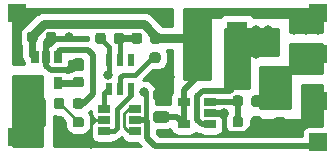
<source format=gbr>
%TF.GenerationSoftware,KiCad,Pcbnew,(5.1.6)-1*%
%TF.CreationDate,2020-12-19T22:24:40-05:00*%
%TF.ProjectId,cargadorDeBateriasLitIon,63617267-6164-46f7-9244-654261746572,rev?*%
%TF.SameCoordinates,Original*%
%TF.FileFunction,Copper,L1,Top*%
%TF.FilePolarity,Positive*%
%FSLAX46Y46*%
G04 Gerber Fmt 4.6, Leading zero omitted, Abs format (unit mm)*
G04 Created by KiCad (PCBNEW (5.1.6)-1) date 2020-12-19 22:24:40*
%MOMM*%
%LPD*%
G01*
G04 APERTURE LIST*
%TA.AperFunction,SMDPad,CuDef*%
%ADD10R,0.550000X1.000000*%
%TD*%
%TA.AperFunction,SMDPad,CuDef*%
%ADD11R,1.060000X0.650000*%
%TD*%
%TA.AperFunction,SMDPad,CuDef*%
%ADD12R,1.800000X4.500000*%
%TD*%
%TA.AperFunction,SMDPad,CuDef*%
%ADD13R,1.100000X1.100000*%
%TD*%
%TA.AperFunction,ComponentPad*%
%ADD14R,1.500000X1.500000*%
%TD*%
%TA.AperFunction,SMDPad,CuDef*%
%ADD15R,1.000000X0.700000*%
%TD*%
%TA.AperFunction,SMDPad,CuDef*%
%ADD16R,0.650000X1.060000*%
%TD*%
%TA.AperFunction,ViaPad*%
%ADD17C,0.800000*%
%TD*%
%TA.AperFunction,Conductor*%
%ADD18C,0.250000*%
%TD*%
%TA.AperFunction,Conductor*%
%ADD19C,0.500000*%
%TD*%
%TA.AperFunction,Conductor*%
%ADD20C,0.600000*%
%TD*%
%TA.AperFunction,Conductor*%
%ADD21C,0.300000*%
%TD*%
%TA.AperFunction,Conductor*%
%ADD22C,0.800000*%
%TD*%
%TA.AperFunction,Conductor*%
%ADD23C,0.400000*%
%TD*%
%TA.AperFunction,Conductor*%
%ADD24C,0.254000*%
%TD*%
G04 APERTURE END LIST*
%TO.P,C5,2*%
%TO.N,GND*%
%TA.AperFunction,SMDPad,CuDef*%
G36*
G01*
X164493750Y-111850000D02*
X165006250Y-111850000D01*
G75*
G02*
X165225000Y-112068750I0J-218750D01*
G01*
X165225000Y-112506250D01*
G75*
G02*
X165006250Y-112725000I-218750J0D01*
G01*
X164493750Y-112725000D01*
G75*
G02*
X164275000Y-112506250I0J218750D01*
G01*
X164275000Y-112068750D01*
G75*
G02*
X164493750Y-111850000I218750J0D01*
G01*
G37*
%TD.AperFunction*%
%TO.P,C5,1*%
%TO.N,/STEP-UP/VOUT*%
%TA.AperFunction,SMDPad,CuDef*%
G36*
G01*
X164493750Y-110275000D02*
X165006250Y-110275000D01*
G75*
G02*
X165225000Y-110493750I0J-218750D01*
G01*
X165225000Y-110931250D01*
G75*
G02*
X165006250Y-111150000I-218750J0D01*
G01*
X164493750Y-111150000D01*
G75*
G02*
X164275000Y-110931250I0J218750D01*
G01*
X164275000Y-110493750D01*
G75*
G02*
X164493750Y-110275000I218750J0D01*
G01*
G37*
%TD.AperFunction*%
%TD*%
D10*
%TO.P,U2,1*%
%TO.N,Net-(Q1-Pad1)*%
X150300000Y-109450000D03*
%TO.P,U2,2*%
%TO.N,Net-(R3-Pad1)*%
X151250000Y-109450000D03*
%TO.P,U2,3*%
%TO.N,Net-(Q1-Pad3)*%
X152200000Y-109450000D03*
%TO.P,U2,4*%
%TO.N,Net-(U2-Pad4)*%
X152200000Y-107050000D03*
%TO.P,U2,5*%
%TO.N,Net-(C3-Pad1)*%
X151250000Y-107050000D03*
%TO.P,U2,6*%
%TO.N,/B-*%
X150300000Y-107050000D03*
%TD*%
D11*
%TO.P,U3,5*%
%TO.N,/B+*%
X156650000Y-112450000D03*
%TO.P,U3,4*%
X156650000Y-110550000D03*
%TO.P,U3,3*%
%TO.N,Net-(R5-Pad2)*%
X158850000Y-110550000D03*
%TO.P,U3,2*%
%TO.N,GND*%
X158850000Y-111500000D03*
%TO.P,U3,1*%
%TO.N,Net-(D2-Pad2)*%
X158850000Y-112450000D03*
%TD*%
%TO.P,R6,2*%
%TO.N,GND*%
%TA.AperFunction,SMDPad,CuDef*%
G36*
G01*
X162350000Y-112506250D02*
X162350000Y-111993750D01*
G75*
G02*
X162568750Y-111775000I218750J0D01*
G01*
X163006250Y-111775000D01*
G75*
G02*
X163225000Y-111993750I0J-218750D01*
G01*
X163225000Y-112506250D01*
G75*
G02*
X163006250Y-112725000I-218750J0D01*
G01*
X162568750Y-112725000D01*
G75*
G02*
X162350000Y-112506250I0J218750D01*
G01*
G37*
%TD.AperFunction*%
%TO.P,R6,1*%
%TO.N,Net-(R5-Pad2)*%
%TA.AperFunction,SMDPad,CuDef*%
G36*
G01*
X160775000Y-112506250D02*
X160775000Y-111993750D01*
G75*
G02*
X160993750Y-111775000I218750J0D01*
G01*
X161431250Y-111775000D01*
G75*
G02*
X161650000Y-111993750I0J-218750D01*
G01*
X161650000Y-112506250D01*
G75*
G02*
X161431250Y-112725000I-218750J0D01*
G01*
X160993750Y-112725000D01*
G75*
G02*
X160775000Y-112506250I0J218750D01*
G01*
G37*
%TD.AperFunction*%
%TD*%
%TO.P,R5,2*%
%TO.N,Net-(R5-Pad2)*%
%TA.AperFunction,SMDPad,CuDef*%
G36*
G01*
X161650000Y-110243750D02*
X161650000Y-110756250D01*
G75*
G02*
X161431250Y-110975000I-218750J0D01*
G01*
X160993750Y-110975000D01*
G75*
G02*
X160775000Y-110756250I0J218750D01*
G01*
X160775000Y-110243750D01*
G75*
G02*
X160993750Y-110025000I218750J0D01*
G01*
X161431250Y-110025000D01*
G75*
G02*
X161650000Y-110243750I0J-218750D01*
G01*
G37*
%TD.AperFunction*%
%TO.P,R5,1*%
%TO.N,/STEP-UP/VOUT*%
%TA.AperFunction,SMDPad,CuDef*%
G36*
G01*
X163225000Y-110243750D02*
X163225000Y-110756250D01*
G75*
G02*
X163006250Y-110975000I-218750J0D01*
G01*
X162568750Y-110975000D01*
G75*
G02*
X162350000Y-110756250I0J218750D01*
G01*
X162350000Y-110243750D01*
G75*
G02*
X162568750Y-110025000I218750J0D01*
G01*
X163006250Y-110025000D01*
G75*
G02*
X163225000Y-110243750I0J-218750D01*
G01*
G37*
%TD.AperFunction*%
%TD*%
D12*
%TO.P,L1,2*%
%TO.N,Net-(D2-Pad2)*%
X161150000Y-106000000D03*
%TO.P,L1,1*%
%TO.N,/B+*%
X157850000Y-106000000D03*
%TD*%
D13*
%TO.P,D2,2*%
%TO.N,Net-(D2-Pad2)*%
X164000000Y-105850000D03*
%TO.P,D2,1*%
%TO.N,/STEP-UP/VOUT*%
X164000000Y-108650000D03*
%TD*%
%TO.P,C4,2*%
%TO.N,GND*%
%TA.AperFunction,SMDPad,CuDef*%
G36*
G01*
X155181250Y-110450000D02*
X154268750Y-110450000D01*
G75*
G02*
X154025000Y-110206250I0J243750D01*
G01*
X154025000Y-109718750D01*
G75*
G02*
X154268750Y-109475000I243750J0D01*
G01*
X155181250Y-109475000D01*
G75*
G02*
X155425000Y-109718750I0J-243750D01*
G01*
X155425000Y-110206250D01*
G75*
G02*
X155181250Y-110450000I-243750J0D01*
G01*
G37*
%TD.AperFunction*%
%TO.P,C4,1*%
%TO.N,/B+*%
%TA.AperFunction,SMDPad,CuDef*%
G36*
G01*
X155181250Y-112325000D02*
X154268750Y-112325000D01*
G75*
G02*
X154025000Y-112081250I0J243750D01*
G01*
X154025000Y-111593750D01*
G75*
G02*
X154268750Y-111350000I243750J0D01*
G01*
X155181250Y-111350000D01*
G75*
G02*
X155425000Y-111593750I0J-243750D01*
G01*
X155425000Y-112081250D01*
G75*
G02*
X155181250Y-112325000I-243750J0D01*
G01*
G37*
%TD.AperFunction*%
%TD*%
D14*
%TO.P,J5,1*%
%TO.N,/B-*%
X168000000Y-114000000D03*
%TD*%
D15*
%TO.P,Q1,5*%
%TO.N,/B-*%
X152520000Y-112090000D03*
%TO.P,Q1,6*%
%TO.N,Net-(Q1-Pad4)*%
X152520000Y-111140000D03*
%TO.P,Q1,4*%
X152520000Y-113040000D03*
%TO.P,Q1,3*%
%TO.N,Net-(Q1-Pad3)*%
X149920000Y-113040000D03*
%TO.P,Q1,2*%
%TO.N,GND*%
X149920000Y-112090000D03*
%TO.P,Q1,1*%
%TO.N,Net-(Q1-Pad1)*%
X149920000Y-111140000D03*
%TD*%
D14*
%TO.P,J6,1*%
%TO.N,GND*%
X168000000Y-110500000D03*
%TD*%
%TO.P,J4,1*%
%TO.N,/B+*%
X168000000Y-103000000D03*
%TD*%
%TO.P,J3,1*%
%TO.N,/STEP-UP/VOUT*%
X168000000Y-106500000D03*
%TD*%
%TO.P,J2,1*%
%TO.N,GND*%
X142500000Y-103000000D03*
%TD*%
%TO.P,J1,1*%
%TO.N,VDD*%
X142500000Y-113500000D03*
%TD*%
D16*
%TO.P,U1,5*%
%TO.N,Net-(R2-Pad2)*%
X145950000Y-109000000D03*
%TO.P,U1,4*%
%TO.N,VDD*%
X144050000Y-109000000D03*
%TO.P,U1,3*%
%TO.N,/B+*%
X144050000Y-106800000D03*
%TO.P,U1,2*%
%TO.N,GND*%
X145000000Y-106800000D03*
%TO.P,U1,1*%
%TO.N,Net-(R1-Pad1)*%
X145950000Y-106800000D03*
%TD*%
%TO.P,R4,2*%
%TO.N,/B+*%
%TA.AperFunction,SMDPad,CuDef*%
G36*
G01*
X153800000Y-105436250D02*
X153800000Y-104923750D01*
G75*
G02*
X154018750Y-104705000I218750J0D01*
G01*
X154456250Y-104705000D01*
G75*
G02*
X154675000Y-104923750I0J-218750D01*
G01*
X154675000Y-105436250D01*
G75*
G02*
X154456250Y-105655000I-218750J0D01*
G01*
X154018750Y-105655000D01*
G75*
G02*
X153800000Y-105436250I0J218750D01*
G01*
G37*
%TD.AperFunction*%
%TO.P,R4,1*%
%TO.N,Net-(C3-Pad1)*%
%TA.AperFunction,SMDPad,CuDef*%
G36*
G01*
X152225000Y-105436250D02*
X152225000Y-104923750D01*
G75*
G02*
X152443750Y-104705000I218750J0D01*
G01*
X152881250Y-104705000D01*
G75*
G02*
X153100000Y-104923750I0J-218750D01*
G01*
X153100000Y-105436250D01*
G75*
G02*
X152881250Y-105655000I-218750J0D01*
G01*
X152443750Y-105655000D01*
G75*
G02*
X152225000Y-105436250I0J218750D01*
G01*
G37*
%TD.AperFunction*%
%TD*%
%TO.P,R3,2*%
%TO.N,GND*%
%TA.AperFunction,SMDPad,CuDef*%
G36*
G01*
X153943750Y-107950000D02*
X154456250Y-107950000D01*
G75*
G02*
X154675000Y-108168750I0J-218750D01*
G01*
X154675000Y-108606250D01*
G75*
G02*
X154456250Y-108825000I-218750J0D01*
G01*
X153943750Y-108825000D01*
G75*
G02*
X153725000Y-108606250I0J218750D01*
G01*
X153725000Y-108168750D01*
G75*
G02*
X153943750Y-107950000I218750J0D01*
G01*
G37*
%TD.AperFunction*%
%TO.P,R3,1*%
%TO.N,Net-(R3-Pad1)*%
%TA.AperFunction,SMDPad,CuDef*%
G36*
G01*
X153943750Y-106375000D02*
X154456250Y-106375000D01*
G75*
G02*
X154675000Y-106593750I0J-218750D01*
G01*
X154675000Y-107031250D01*
G75*
G02*
X154456250Y-107250000I-218750J0D01*
G01*
X153943750Y-107250000D01*
G75*
G02*
X153725000Y-107031250I0J218750D01*
G01*
X153725000Y-106593750D01*
G75*
G02*
X153943750Y-106375000I218750J0D01*
G01*
G37*
%TD.AperFunction*%
%TD*%
%TO.P,R2,2*%
%TO.N,Net-(R2-Pad2)*%
%TA.AperFunction,SMDPad,CuDef*%
G36*
G01*
X147443750Y-108450000D02*
X147956250Y-108450000D01*
G75*
G02*
X148175000Y-108668750I0J-218750D01*
G01*
X148175000Y-109106250D01*
G75*
G02*
X147956250Y-109325000I-218750J0D01*
G01*
X147443750Y-109325000D01*
G75*
G02*
X147225000Y-109106250I0J218750D01*
G01*
X147225000Y-108668750D01*
G75*
G02*
X147443750Y-108450000I218750J0D01*
G01*
G37*
%TD.AperFunction*%
%TO.P,R2,1*%
%TO.N,GND*%
%TA.AperFunction,SMDPad,CuDef*%
G36*
G01*
X147443750Y-106875000D02*
X147956250Y-106875000D01*
G75*
G02*
X148175000Y-107093750I0J-218750D01*
G01*
X148175000Y-107531250D01*
G75*
G02*
X147956250Y-107750000I-218750J0D01*
G01*
X147443750Y-107750000D01*
G75*
G02*
X147225000Y-107531250I0J218750D01*
G01*
X147225000Y-107093750D01*
G75*
G02*
X147443750Y-106875000I218750J0D01*
G01*
G37*
%TD.AperFunction*%
%TD*%
%TO.P,R1,2*%
%TO.N,Net-(D1-Pad1)*%
%TA.AperFunction,SMDPad,CuDef*%
G36*
G01*
X147443750Y-111850000D02*
X147956250Y-111850000D01*
G75*
G02*
X148175000Y-112068750I0J-218750D01*
G01*
X148175000Y-112506250D01*
G75*
G02*
X147956250Y-112725000I-218750J0D01*
G01*
X147443750Y-112725000D01*
G75*
G02*
X147225000Y-112506250I0J218750D01*
G01*
X147225000Y-112068750D01*
G75*
G02*
X147443750Y-111850000I218750J0D01*
G01*
G37*
%TD.AperFunction*%
%TO.P,R1,1*%
%TO.N,Net-(R1-Pad1)*%
%TA.AperFunction,SMDPad,CuDef*%
G36*
G01*
X147443750Y-110275000D02*
X147956250Y-110275000D01*
G75*
G02*
X148175000Y-110493750I0J-218750D01*
G01*
X148175000Y-110931250D01*
G75*
G02*
X147956250Y-111150000I-218750J0D01*
G01*
X147443750Y-111150000D01*
G75*
G02*
X147225000Y-110931250I0J218750D01*
G01*
X147225000Y-110493750D01*
G75*
G02*
X147443750Y-110275000I218750J0D01*
G01*
G37*
%TD.AperFunction*%
%TD*%
%TO.P,D1,2*%
%TO.N,VDD*%
%TA.AperFunction,SMDPad,CuDef*%
G36*
G01*
X144950000Y-110443750D02*
X144950000Y-110956250D01*
G75*
G02*
X144731250Y-111175000I-218750J0D01*
G01*
X144293750Y-111175000D01*
G75*
G02*
X144075000Y-110956250I0J218750D01*
G01*
X144075000Y-110443750D01*
G75*
G02*
X144293750Y-110225000I218750J0D01*
G01*
X144731250Y-110225000D01*
G75*
G02*
X144950000Y-110443750I0J-218750D01*
G01*
G37*
%TD.AperFunction*%
%TO.P,D1,1*%
%TO.N,Net-(D1-Pad1)*%
%TA.AperFunction,SMDPad,CuDef*%
G36*
G01*
X146525000Y-110443750D02*
X146525000Y-110956250D01*
G75*
G02*
X146306250Y-111175000I-218750J0D01*
G01*
X145868750Y-111175000D01*
G75*
G02*
X145650000Y-110956250I0J218750D01*
G01*
X145650000Y-110443750D01*
G75*
G02*
X145868750Y-110225000I218750J0D01*
G01*
X146306250Y-110225000D01*
G75*
G02*
X146525000Y-110443750I0J-218750D01*
G01*
G37*
%TD.AperFunction*%
%TD*%
%TO.P,C3,2*%
%TO.N,/B-*%
%TA.AperFunction,SMDPad,CuDef*%
G36*
G01*
X150010000Y-104923750D02*
X150010000Y-105436250D01*
G75*
G02*
X149791250Y-105655000I-218750J0D01*
G01*
X149353750Y-105655000D01*
G75*
G02*
X149135000Y-105436250I0J218750D01*
G01*
X149135000Y-104923750D01*
G75*
G02*
X149353750Y-104705000I218750J0D01*
G01*
X149791250Y-104705000D01*
G75*
G02*
X150010000Y-104923750I0J-218750D01*
G01*
G37*
%TD.AperFunction*%
%TO.P,C3,1*%
%TO.N,Net-(C3-Pad1)*%
%TA.AperFunction,SMDPad,CuDef*%
G36*
G01*
X151585000Y-104923750D02*
X151585000Y-105436250D01*
G75*
G02*
X151366250Y-105655000I-218750J0D01*
G01*
X150928750Y-105655000D01*
G75*
G02*
X150710000Y-105436250I0J218750D01*
G01*
X150710000Y-104923750D01*
G75*
G02*
X150928750Y-104705000I218750J0D01*
G01*
X151366250Y-104705000D01*
G75*
G02*
X151585000Y-104923750I0J-218750D01*
G01*
G37*
%TD.AperFunction*%
%TD*%
%TO.P,C2,2*%
%TO.N,GND*%
%TA.AperFunction,SMDPad,CuDef*%
G36*
G01*
X144950000Y-105356250D02*
X144950000Y-104843750D01*
G75*
G02*
X145168750Y-104625000I218750J0D01*
G01*
X145606250Y-104625000D01*
G75*
G02*
X145825000Y-104843750I0J-218750D01*
G01*
X145825000Y-105356250D01*
G75*
G02*
X145606250Y-105575000I-218750J0D01*
G01*
X145168750Y-105575000D01*
G75*
G02*
X144950000Y-105356250I0J218750D01*
G01*
G37*
%TD.AperFunction*%
%TO.P,C2,1*%
%TO.N,/B+*%
%TA.AperFunction,SMDPad,CuDef*%
G36*
G01*
X143375000Y-105356250D02*
X143375000Y-104843750D01*
G75*
G02*
X143593750Y-104625000I218750J0D01*
G01*
X144031250Y-104625000D01*
G75*
G02*
X144250000Y-104843750I0J-218750D01*
G01*
X144250000Y-105356250D01*
G75*
G02*
X144031250Y-105575000I-218750J0D01*
G01*
X143593750Y-105575000D01*
G75*
G02*
X143375000Y-105356250I0J218750D01*
G01*
G37*
%TD.AperFunction*%
%TD*%
%TO.P,C1,2*%
%TO.N,GND*%
%TA.AperFunction,SMDPad,CuDef*%
G36*
G01*
X145650000Y-112556250D02*
X145650000Y-112043750D01*
G75*
G02*
X145868750Y-111825000I218750J0D01*
G01*
X146306250Y-111825000D01*
G75*
G02*
X146525000Y-112043750I0J-218750D01*
G01*
X146525000Y-112556250D01*
G75*
G02*
X146306250Y-112775000I-218750J0D01*
G01*
X145868750Y-112775000D01*
G75*
G02*
X145650000Y-112556250I0J218750D01*
G01*
G37*
%TD.AperFunction*%
%TO.P,C1,1*%
%TO.N,VDD*%
%TA.AperFunction,SMDPad,CuDef*%
G36*
G01*
X144075000Y-112556250D02*
X144075000Y-112043750D01*
G75*
G02*
X144293750Y-111825000I218750J0D01*
G01*
X144731250Y-111825000D01*
G75*
G02*
X144950000Y-112043750I0J-218750D01*
G01*
X144950000Y-112556250D01*
G75*
G02*
X144731250Y-112775000I-218750J0D01*
G01*
X144293750Y-112775000D01*
G75*
G02*
X144075000Y-112556250I0J218750D01*
G01*
G37*
%TD.AperFunction*%
%TD*%
D17*
%TO.N,GND*%
X155500000Y-108500000D03*
X148800000Y-114100000D03*
X146920000Y-105100000D03*
X160000000Y-111500000D03*
%TO.N,/B+*%
X168000000Y-104500000D03*
X167000000Y-104500000D03*
X166000000Y-104500000D03*
X166000000Y-103500000D03*
%TO.N,/B-*%
X150250000Y-108250000D03*
X153255118Y-109750000D03*
%TO.N,Net-(D2-Pad2)*%
X163750000Y-104500000D03*
X162750000Y-104500000D03*
X162750000Y-105500000D03*
X162750000Y-106500000D03*
%TD*%
D18*
%TO.N,GND*%
X149920000Y-112090000D02*
X149170000Y-112090000D01*
X148800000Y-112460000D02*
X148800000Y-114100000D01*
X149170000Y-112090000D02*
X148800000Y-112460000D01*
X146087500Y-112300000D02*
X146087500Y-112937500D01*
X147250000Y-114100000D02*
X148800000Y-114100000D01*
X146087500Y-112937500D02*
X147250000Y-114100000D01*
X145387500Y-105100000D02*
X146920000Y-105100000D01*
D19*
X145000000Y-105487500D02*
X145387500Y-105100000D01*
X145000000Y-106800000D02*
X145000000Y-105487500D01*
X162975000Y-112437500D02*
X162787500Y-112250000D01*
X164750000Y-112437500D02*
X162975000Y-112437500D01*
X154725000Y-109275000D02*
X155500000Y-108500000D01*
X154725000Y-109962500D02*
X154725000Y-109275000D01*
X155387500Y-108387500D02*
X155500000Y-108500000D01*
X154200000Y-108387500D02*
X155387500Y-108387500D01*
X158850000Y-111500000D02*
X159000000Y-111500000D01*
D20*
X168000000Y-111500000D02*
X168000000Y-110500000D01*
X164750000Y-112437500D02*
X167062500Y-112437500D01*
X167062500Y-112437500D02*
X168000000Y-111500000D01*
X158850000Y-111500000D02*
X160000000Y-111500000D01*
D21*
X159000000Y-111500000D02*
X159500000Y-111500000D01*
X161857511Y-113179989D02*
X162787500Y-112250000D01*
X160179989Y-113179989D02*
X161857511Y-113179989D01*
X160000000Y-113000000D02*
X160179989Y-113179989D01*
X160000000Y-112000000D02*
X160000000Y-113000000D01*
X159500000Y-111500000D02*
X160000000Y-112000000D01*
D19*
X147132500Y-107880000D02*
X147700000Y-107312500D01*
X145364998Y-107880000D02*
X147132500Y-107880000D01*
X145000000Y-106800000D02*
X145000000Y-107515002D01*
X145000000Y-107515002D02*
X145364998Y-107880000D01*
%TO.N,/B+*%
X156650000Y-110550000D02*
X156650000Y-112450000D01*
X156650000Y-109600000D02*
X156650000Y-110550000D01*
X157850000Y-106000000D02*
X157850000Y-108400000D01*
X157850000Y-108400000D02*
X156650000Y-109600000D01*
X156037500Y-111837500D02*
X156650000Y-112450000D01*
X154725000Y-111837500D02*
X156037500Y-111837500D01*
D22*
X157030000Y-105180000D02*
X154237500Y-105180000D01*
X157850000Y-106000000D02*
X157030000Y-105180000D01*
X167730000Y-102730000D02*
X168000000Y-103000000D01*
X157850000Y-106000000D02*
X157850000Y-103840000D01*
X143812500Y-104947500D02*
X143812500Y-105100000D01*
X153290000Y-104000000D02*
X144760000Y-104000000D01*
X154237500Y-105180000D02*
X154237500Y-104947500D01*
X144760000Y-104000000D02*
X143812500Y-104947500D01*
X154237500Y-104947500D02*
X153290000Y-104000000D01*
D20*
X143812500Y-106562500D02*
X144050000Y-106800000D01*
X143812500Y-105100000D02*
X143812500Y-106562500D01*
D19*
%TO.N,/B-*%
X152520000Y-112090000D02*
X153440000Y-112090000D01*
X153440000Y-112090000D02*
X153520001Y-112170001D01*
X153520001Y-113630001D02*
X153520001Y-112170001D01*
X154230000Y-114340000D02*
X153520001Y-113630001D01*
X168000000Y-114000000D02*
X167660000Y-114340000D01*
X167660000Y-114340000D02*
X154230000Y-114340000D01*
D23*
X150300000Y-105907500D02*
X149572500Y-105180000D01*
X150300000Y-107050000D02*
X150300000Y-105907500D01*
X150300000Y-107050000D02*
X150300000Y-108200000D01*
X150300000Y-108200000D02*
X150250000Y-108250000D01*
X153440000Y-109934882D02*
X153255118Y-109750000D01*
X153440000Y-112090000D02*
X153440000Y-109934882D01*
D18*
%TO.N,Net-(C3-Pad1)*%
X151147500Y-105180000D02*
X152892500Y-105180000D01*
D20*
X151147500Y-105180000D02*
X152662500Y-105180000D01*
D23*
X151250000Y-105282500D02*
X151147500Y-105180000D01*
X151250000Y-107050000D02*
X151250000Y-105282500D01*
D18*
%TO.N,Net-(D1-Pad1)*%
X146112500Y-110700000D02*
X147700000Y-112287500D01*
X146087500Y-110700000D02*
X146112500Y-110700000D01*
D23*
%TO.N,Net-(Q1-Pad3)*%
X152200000Y-109995002D02*
X151000000Y-111195002D01*
X152200000Y-109450000D02*
X152200000Y-109995002D01*
X151000000Y-111195002D02*
X151000000Y-112750000D01*
X150710000Y-113040000D02*
X149920000Y-113040000D01*
X151000000Y-112750000D02*
X150710000Y-113040000D01*
%TO.N,Net-(Q1-Pad1)*%
X149920000Y-109830000D02*
X150300000Y-109450000D01*
X149920000Y-111140000D02*
X149920000Y-109830000D01*
D19*
%TO.N,Net-(R1-Pad1)*%
X145950000Y-106400000D02*
X145950000Y-106800000D01*
X146160000Y-106190000D02*
X145950000Y-106400000D01*
X148137500Y-110712500D02*
X148940000Y-109910000D01*
X147700000Y-110712500D02*
X148137500Y-110712500D01*
X148510000Y-106190000D02*
X146160000Y-106190000D01*
X148940000Y-109910000D02*
X148940000Y-106620000D01*
X148940000Y-106620000D02*
X148510000Y-106190000D01*
D20*
%TO.N,Net-(R2-Pad2)*%
X147587500Y-109000000D02*
X147700000Y-108887500D01*
X145950000Y-109000000D02*
X147587500Y-109000000D01*
D18*
%TO.N,VDD*%
X144512500Y-112687500D02*
X144512500Y-110700000D01*
D22*
X144512500Y-112300000D02*
X144512500Y-110700000D01*
X144050000Y-110237500D02*
X144512500Y-110700000D01*
X144050000Y-109000000D02*
X144050000Y-110237500D01*
D20*
X143312500Y-113500000D02*
X144512500Y-112300000D01*
X142500000Y-113500000D02*
X143312500Y-113500000D01*
D18*
%TO.N,Net-(Q1-Pad4)*%
X152000000Y-111140000D02*
X152520000Y-111140000D01*
X151600000Y-111540000D02*
X152000000Y-111140000D01*
X151600000Y-112700000D02*
X151600000Y-111540000D01*
X152520000Y-113040000D02*
X151940000Y-113040000D01*
X151940000Y-113040000D02*
X151600000Y-112700000D01*
D23*
%TO.N,Net-(R3-Pad1)*%
X151250000Y-109450000D02*
X151250000Y-108500000D01*
X151250000Y-108500000D02*
X151500000Y-108250000D01*
X153932502Y-106812500D02*
X154200000Y-106812500D01*
X152495002Y-108250000D02*
X153932502Y-106812500D01*
X151500000Y-108250000D02*
X152495002Y-108250000D01*
D19*
%TO.N,/STEP-UP/VOUT*%
X162787500Y-110500000D02*
X163250000Y-110500000D01*
X164000000Y-109750000D02*
X164000000Y-108650000D01*
X163250000Y-110500000D02*
X164000000Y-109750000D01*
X162850000Y-110562500D02*
X162787500Y-110500000D01*
X164750000Y-110562500D02*
X162850000Y-110562500D01*
D22*
X167000000Y-106500000D02*
X168000000Y-106500000D01*
X164000000Y-108650000D02*
X164850000Y-108650000D01*
X164850000Y-108650000D02*
X167000000Y-106500000D01*
D19*
%TO.N,Net-(D2-Pad2)*%
X161250000Y-106100000D02*
X161150000Y-106000000D01*
X161150000Y-106660002D02*
X161150000Y-106000000D01*
X161150000Y-108990000D02*
X161150000Y-106000000D01*
X158850000Y-112450000D02*
X158134998Y-112450000D01*
X157750000Y-112065002D02*
X157750000Y-110100000D01*
X158134998Y-112450000D02*
X157750000Y-112065002D01*
X158230000Y-109620000D02*
X160520000Y-109620000D01*
X160520000Y-109620000D02*
X161150000Y-108990000D01*
X157750000Y-110100000D02*
X158230000Y-109620000D01*
%TO.N,Net-(R5-Pad2)*%
X161162500Y-110550000D02*
X161212500Y-110500000D01*
X158850000Y-110550000D02*
X161162500Y-110550000D01*
X161212500Y-112250000D02*
X161212500Y-110500000D01*
%TD*%
D24*
%TO.N,GND*%
G36*
X145701592Y-111796608D02*
G01*
X145868750Y-111813072D01*
X146150771Y-111813072D01*
X146586928Y-112249230D01*
X146586928Y-112506250D01*
X146603392Y-112673408D01*
X146652150Y-112834142D01*
X146731329Y-112982275D01*
X146837885Y-113112115D01*
X146967725Y-113218671D01*
X147115858Y-113297850D01*
X147276592Y-113346608D01*
X147443750Y-113363072D01*
X147956250Y-113363072D01*
X148123408Y-113346608D01*
X148284142Y-113297850D01*
X148432275Y-113218671D01*
X148562115Y-113112115D01*
X148668671Y-112982275D01*
X148747850Y-112834142D01*
X148781928Y-112721802D01*
X148781928Y-113390000D01*
X148794188Y-113514482D01*
X148830498Y-113634180D01*
X148889463Y-113744494D01*
X148968815Y-113841185D01*
X149065506Y-113920537D01*
X149175820Y-113979502D01*
X149295518Y-114015812D01*
X149420000Y-114028072D01*
X150420000Y-114028072D01*
X150544482Y-114015812D01*
X150664180Y-113979502D01*
X150774494Y-113920537D01*
X150840750Y-113866162D01*
X150873689Y-113862918D01*
X151031087Y-113815172D01*
X151176146Y-113737636D01*
X151303291Y-113633291D01*
X151329445Y-113601422D01*
X151377852Y-113553015D01*
X151399999Y-113580001D01*
X151418725Y-113595369D01*
X151430498Y-113634180D01*
X151489463Y-113744494D01*
X151568815Y-113841185D01*
X151665506Y-113920537D01*
X151775820Y-113979502D01*
X151895518Y-114015812D01*
X152020000Y-114028072D01*
X152729284Y-114028072D01*
X152780590Y-114124059D01*
X152891184Y-114258818D01*
X152924957Y-114286535D01*
X152978422Y-114340000D01*
X145627000Y-114340000D01*
X145627000Y-111773981D01*
X145701592Y-111796608D01*
G37*
X145701592Y-111796608D02*
X145868750Y-111813072D01*
X146150771Y-111813072D01*
X146586928Y-112249230D01*
X146586928Y-112506250D01*
X146603392Y-112673408D01*
X146652150Y-112834142D01*
X146731329Y-112982275D01*
X146837885Y-113112115D01*
X146967725Y-113218671D01*
X147115858Y-113297850D01*
X147276592Y-113346608D01*
X147443750Y-113363072D01*
X147956250Y-113363072D01*
X148123408Y-113346608D01*
X148284142Y-113297850D01*
X148432275Y-113218671D01*
X148562115Y-113112115D01*
X148668671Y-112982275D01*
X148747850Y-112834142D01*
X148781928Y-112721802D01*
X148781928Y-113390000D01*
X148794188Y-113514482D01*
X148830498Y-113634180D01*
X148889463Y-113744494D01*
X148968815Y-113841185D01*
X149065506Y-113920537D01*
X149175820Y-113979502D01*
X149295518Y-114015812D01*
X149420000Y-114028072D01*
X150420000Y-114028072D01*
X150544482Y-114015812D01*
X150664180Y-113979502D01*
X150774494Y-113920537D01*
X150840750Y-113866162D01*
X150873689Y-113862918D01*
X151031087Y-113815172D01*
X151176146Y-113737636D01*
X151303291Y-113633291D01*
X151329445Y-113601422D01*
X151377852Y-113553015D01*
X151399999Y-113580001D01*
X151418725Y-113595369D01*
X151430498Y-113634180D01*
X151489463Y-113744494D01*
X151568815Y-113841185D01*
X151665506Y-113920537D01*
X151775820Y-113979502D01*
X151895518Y-114015812D01*
X152020000Y-114028072D01*
X152729284Y-114028072D01*
X152780590Y-114124059D01*
X152891184Y-114258818D01*
X152924957Y-114286535D01*
X152978422Y-114340000D01*
X145627000Y-114340000D01*
X145627000Y-111773981D01*
X145701592Y-111796608D01*
G36*
X168340001Y-112611928D02*
G01*
X167250000Y-112611928D01*
X167125518Y-112624188D01*
X167005820Y-112660498D01*
X166895506Y-112719463D01*
X166798815Y-112798815D01*
X166719463Y-112895506D01*
X166660498Y-113005820D01*
X166624188Y-113125518D01*
X166611928Y-113250000D01*
X166611928Y-113455000D01*
X154596579Y-113455000D01*
X154405001Y-113263423D01*
X154405001Y-112963072D01*
X155181250Y-112963072D01*
X155353285Y-112946128D01*
X155495272Y-112903056D01*
X155530498Y-113019180D01*
X155589463Y-113129494D01*
X155668815Y-113226185D01*
X155765506Y-113305537D01*
X155875820Y-113364502D01*
X155995518Y-113400812D01*
X156120000Y-113413072D01*
X157180000Y-113413072D01*
X157304482Y-113400812D01*
X157424180Y-113364502D01*
X157534494Y-113305537D01*
X157631185Y-113226185D01*
X157655137Y-113197000D01*
X157794685Y-113271589D01*
X157961508Y-113322195D01*
X158004613Y-113326440D01*
X158075820Y-113364502D01*
X158195518Y-113400812D01*
X158320000Y-113413072D01*
X159380000Y-113413072D01*
X159504482Y-113400812D01*
X159624180Y-113364502D01*
X159734494Y-113305537D01*
X159831185Y-113226185D01*
X159910537Y-113129494D01*
X159969502Y-113019180D01*
X160005812Y-112899482D01*
X160018072Y-112775000D01*
X160018072Y-112125000D01*
X160005812Y-112000518D01*
X159969502Y-111880820D01*
X159910537Y-111770506D01*
X159831185Y-111673815D01*
X159734494Y-111594463D01*
X159624180Y-111535498D01*
X159507159Y-111500000D01*
X159624180Y-111464502D01*
X159679373Y-111435000D01*
X160327500Y-111435000D01*
X160327500Y-111461464D01*
X160281329Y-111517725D01*
X160202150Y-111665858D01*
X160153392Y-111826592D01*
X160136928Y-111993750D01*
X160136928Y-112506250D01*
X160153392Y-112673408D01*
X160202150Y-112834142D01*
X160281329Y-112982275D01*
X160387885Y-113112115D01*
X160517725Y-113218671D01*
X160665858Y-113297850D01*
X160826592Y-113346608D01*
X160993750Y-113363072D01*
X161431250Y-113363072D01*
X161598408Y-113346608D01*
X161759142Y-113297850D01*
X161907275Y-113218671D01*
X162037115Y-113112115D01*
X162143671Y-112982275D01*
X162222850Y-112834142D01*
X162271608Y-112673408D01*
X162288072Y-112506250D01*
X162288072Y-112127000D01*
X166500000Y-112127000D01*
X166524776Y-112124560D01*
X166548601Y-112117333D01*
X166570557Y-112105597D01*
X166589803Y-112089803D01*
X166605597Y-112070557D01*
X166617333Y-112048601D01*
X166624560Y-112024776D01*
X166627000Y-112000000D01*
X166627000Y-109127000D01*
X168340000Y-109127000D01*
X168340001Y-112611928D01*
G37*
X168340001Y-112611928D02*
X167250000Y-112611928D01*
X167125518Y-112624188D01*
X167005820Y-112660498D01*
X166895506Y-112719463D01*
X166798815Y-112798815D01*
X166719463Y-112895506D01*
X166660498Y-113005820D01*
X166624188Y-113125518D01*
X166611928Y-113250000D01*
X166611928Y-113455000D01*
X154596579Y-113455000D01*
X154405001Y-113263423D01*
X154405001Y-112963072D01*
X155181250Y-112963072D01*
X155353285Y-112946128D01*
X155495272Y-112903056D01*
X155530498Y-113019180D01*
X155589463Y-113129494D01*
X155668815Y-113226185D01*
X155765506Y-113305537D01*
X155875820Y-113364502D01*
X155995518Y-113400812D01*
X156120000Y-113413072D01*
X157180000Y-113413072D01*
X157304482Y-113400812D01*
X157424180Y-113364502D01*
X157534494Y-113305537D01*
X157631185Y-113226185D01*
X157655137Y-113197000D01*
X157794685Y-113271589D01*
X157961508Y-113322195D01*
X158004613Y-113326440D01*
X158075820Y-113364502D01*
X158195518Y-113400812D01*
X158320000Y-113413072D01*
X159380000Y-113413072D01*
X159504482Y-113400812D01*
X159624180Y-113364502D01*
X159734494Y-113305537D01*
X159831185Y-113226185D01*
X159910537Y-113129494D01*
X159969502Y-113019180D01*
X160005812Y-112899482D01*
X160018072Y-112775000D01*
X160018072Y-112125000D01*
X160005812Y-112000518D01*
X159969502Y-111880820D01*
X159910537Y-111770506D01*
X159831185Y-111673815D01*
X159734494Y-111594463D01*
X159624180Y-111535498D01*
X159507159Y-111500000D01*
X159624180Y-111464502D01*
X159679373Y-111435000D01*
X160327500Y-111435000D01*
X160327500Y-111461464D01*
X160281329Y-111517725D01*
X160202150Y-111665858D01*
X160153392Y-111826592D01*
X160136928Y-111993750D01*
X160136928Y-112506250D01*
X160153392Y-112673408D01*
X160202150Y-112834142D01*
X160281329Y-112982275D01*
X160387885Y-113112115D01*
X160517725Y-113218671D01*
X160665858Y-113297850D01*
X160826592Y-113346608D01*
X160993750Y-113363072D01*
X161431250Y-113363072D01*
X161598408Y-113346608D01*
X161759142Y-113297850D01*
X161907275Y-113218671D01*
X162037115Y-113112115D01*
X162143671Y-112982275D01*
X162222850Y-112834142D01*
X162271608Y-112673408D01*
X162288072Y-112506250D01*
X162288072Y-112127000D01*
X166500000Y-112127000D01*
X166524776Y-112124560D01*
X166548601Y-112117333D01*
X166570557Y-112105597D01*
X166589803Y-112089803D01*
X166605597Y-112070557D01*
X166617333Y-112048601D01*
X166624560Y-112024776D01*
X166627000Y-112000000D01*
X166627000Y-109127000D01*
X168340000Y-109127000D01*
X168340001Y-112611928D01*
G36*
X148781928Y-111490000D02*
G01*
X148794188Y-111614482D01*
X148830498Y-111734180D01*
X148889463Y-111844494D01*
X148968815Y-111941185D01*
X149065506Y-112020537D01*
X149175820Y-112079502D01*
X149210427Y-112090000D01*
X149175820Y-112100498D01*
X149065506Y-112159463D01*
X148968815Y-112238815D01*
X148889463Y-112335506D01*
X148830498Y-112445820D01*
X148813072Y-112503266D01*
X148813072Y-112068750D01*
X148796608Y-111901592D01*
X148747850Y-111740858D01*
X148668671Y-111592725D01*
X148592574Y-111500000D01*
X148633031Y-111450703D01*
X148766317Y-111341317D01*
X148781928Y-111322295D01*
X148781928Y-111490000D01*
G37*
X148781928Y-111490000D02*
X148794188Y-111614482D01*
X148830498Y-111734180D01*
X148889463Y-111844494D01*
X148968815Y-111941185D01*
X149065506Y-112020537D01*
X149175820Y-112079502D01*
X149210427Y-112090000D01*
X149175820Y-112100498D01*
X149065506Y-112159463D01*
X148968815Y-112238815D01*
X148889463Y-112335506D01*
X148830498Y-112445820D01*
X148813072Y-112503266D01*
X148813072Y-112068750D01*
X148796608Y-111901592D01*
X148747850Y-111740858D01*
X148668671Y-111592725D01*
X148592574Y-111500000D01*
X148633031Y-111450703D01*
X148766317Y-111341317D01*
X148781928Y-111322295D01*
X148781928Y-111490000D01*
G36*
X155623000Y-109829641D02*
G01*
X155589463Y-109870506D01*
X155530498Y-109980820D01*
X155494188Y-110100518D01*
X155481928Y-110225000D01*
X155481928Y-110767896D01*
X155353285Y-110728872D01*
X155181250Y-110711928D01*
X154275000Y-110711928D01*
X154275000Y-109975900D01*
X154279040Y-109934882D01*
X154277245Y-109916657D01*
X154290118Y-109851939D01*
X154290118Y-109648061D01*
X154250344Y-109448102D01*
X154172323Y-109259744D01*
X154059055Y-109090226D01*
X153914892Y-108946063D01*
X153745374Y-108832795D01*
X153557016Y-108754774D01*
X153357057Y-108715000D01*
X153210869Y-108715000D01*
X154037798Y-107888072D01*
X154456250Y-107888072D01*
X154623408Y-107871608D01*
X154784142Y-107822850D01*
X154932275Y-107743671D01*
X155062115Y-107637115D01*
X155168671Y-107507275D01*
X155247850Y-107359142D01*
X155296608Y-107198408D01*
X155313072Y-107031250D01*
X155313072Y-106593750D01*
X155296608Y-106426592D01*
X155247850Y-106265858D01*
X155220666Y-106215000D01*
X155623000Y-106215000D01*
X155623000Y-109829641D01*
G37*
X155623000Y-109829641D02*
X155589463Y-109870506D01*
X155530498Y-109980820D01*
X155494188Y-110100518D01*
X155481928Y-110225000D01*
X155481928Y-110767896D01*
X155353285Y-110728872D01*
X155181250Y-110711928D01*
X154275000Y-110711928D01*
X154275000Y-109975900D01*
X154279040Y-109934882D01*
X154277245Y-109916657D01*
X154290118Y-109851939D01*
X154290118Y-109648061D01*
X154250344Y-109448102D01*
X154172323Y-109259744D01*
X154059055Y-109090226D01*
X153914892Y-108946063D01*
X153745374Y-108832795D01*
X153557016Y-108754774D01*
X153357057Y-108715000D01*
X153210869Y-108715000D01*
X154037798Y-107888072D01*
X154456250Y-107888072D01*
X154623408Y-107871608D01*
X154784142Y-107822850D01*
X154932275Y-107743671D01*
X155062115Y-107637115D01*
X155168671Y-107507275D01*
X155247850Y-107359142D01*
X155296608Y-107198408D01*
X155313072Y-107031250D01*
X155313072Y-106593750D01*
X155296608Y-106426592D01*
X155247850Y-106265858D01*
X155220666Y-106215000D01*
X155623000Y-106215000D01*
X155623000Y-109829641D01*
G36*
X148055001Y-107821654D02*
G01*
X147956250Y-107811928D01*
X147443750Y-107811928D01*
X147276592Y-107828392D01*
X147115858Y-107877150D01*
X146967725Y-107956329D01*
X146837885Y-108062885D01*
X146836149Y-108065000D01*
X146764088Y-108065000D01*
X146726185Y-108018815D01*
X146629494Y-107939463D01*
X146555665Y-107900000D01*
X146629494Y-107860537D01*
X146726185Y-107781185D01*
X146805537Y-107684494D01*
X146864502Y-107574180D01*
X146900812Y-107454482D01*
X146913072Y-107330000D01*
X146913072Y-107075000D01*
X148055001Y-107075000D01*
X148055001Y-107821654D01*
G37*
X148055001Y-107821654D02*
X147956250Y-107811928D01*
X147443750Y-107811928D01*
X147276592Y-107828392D01*
X147115858Y-107877150D01*
X146967725Y-107956329D01*
X146837885Y-108062885D01*
X146836149Y-108065000D01*
X146764088Y-108065000D01*
X146726185Y-108018815D01*
X146629494Y-107939463D01*
X146555665Y-107900000D01*
X146629494Y-107860537D01*
X146726185Y-107781185D01*
X146805537Y-107684494D01*
X146864502Y-107574180D01*
X146900812Y-107454482D01*
X146913072Y-107330000D01*
X146913072Y-107075000D01*
X148055001Y-107075000D01*
X148055001Y-107821654D01*
G36*
X155623000Y-104145000D02*
G01*
X154898711Y-104145000D01*
X154057807Y-103304097D01*
X154025396Y-103264604D01*
X153867797Y-103135266D01*
X153687993Y-103039159D01*
X153492895Y-102979976D01*
X153340838Y-102965000D01*
X153340828Y-102965000D01*
X153290000Y-102959994D01*
X153239172Y-102965000D01*
X144810827Y-102965000D01*
X144759999Y-102959994D01*
X144709171Y-102965000D01*
X144709162Y-102965000D01*
X144557105Y-102979976D01*
X144362007Y-103039159D01*
X144278309Y-103083896D01*
X144182202Y-103135266D01*
X144064092Y-103232197D01*
X144024604Y-103264604D01*
X143992197Y-103304092D01*
X143219201Y-104077089D01*
X143117725Y-104131329D01*
X142987885Y-104237885D01*
X142881329Y-104367725D01*
X142802150Y-104515858D01*
X142753392Y-104676592D01*
X142736928Y-104843750D01*
X142736928Y-105356250D01*
X142753392Y-105523408D01*
X142802150Y-105684142D01*
X142877500Y-105825112D01*
X142877501Y-106516559D01*
X142872976Y-106562500D01*
X142891029Y-106745791D01*
X142920662Y-106843476D01*
X142944494Y-106922040D01*
X143031315Y-107084472D01*
X143086928Y-107152236D01*
X143086928Y-107330000D01*
X143091163Y-107373000D01*
X142160000Y-107373000D01*
X142160000Y-102660000D01*
X155623000Y-102660000D01*
X155623000Y-104145000D01*
G37*
X155623000Y-104145000D02*
X154898711Y-104145000D01*
X154057807Y-103304097D01*
X154025396Y-103264604D01*
X153867797Y-103135266D01*
X153687993Y-103039159D01*
X153492895Y-102979976D01*
X153340838Y-102965000D01*
X153340828Y-102965000D01*
X153290000Y-102959994D01*
X153239172Y-102965000D01*
X144810827Y-102965000D01*
X144759999Y-102959994D01*
X144709171Y-102965000D01*
X144709162Y-102965000D01*
X144557105Y-102979976D01*
X144362007Y-103039159D01*
X144278309Y-103083896D01*
X144182202Y-103135266D01*
X144064092Y-103232197D01*
X144024604Y-103264604D01*
X143992197Y-103304092D01*
X143219201Y-104077089D01*
X143117725Y-104131329D01*
X142987885Y-104237885D01*
X142881329Y-104367725D01*
X142802150Y-104515858D01*
X142753392Y-104676592D01*
X142736928Y-104843750D01*
X142736928Y-105356250D01*
X142753392Y-105523408D01*
X142802150Y-105684142D01*
X142877500Y-105825112D01*
X142877501Y-106516559D01*
X142872976Y-106562500D01*
X142891029Y-106745791D01*
X142920662Y-106843476D01*
X142944494Y-106922040D01*
X143031315Y-107084472D01*
X143086928Y-107152236D01*
X143086928Y-107330000D01*
X143091163Y-107373000D01*
X142160000Y-107373000D01*
X142160000Y-102660000D01*
X155623000Y-102660000D01*
X155623000Y-104145000D01*
G36*
X148496928Y-105302006D02*
G01*
X148466531Y-105305000D01*
X146203469Y-105305000D01*
X146160000Y-105300719D01*
X146116531Y-105305000D01*
X146116523Y-105305000D01*
X145986510Y-105317805D01*
X145819687Y-105368411D01*
X145665941Y-105450589D01*
X145531183Y-105561183D01*
X145503466Y-105594956D01*
X145434080Y-105664342D01*
X145380820Y-105680498D01*
X145270506Y-105739463D01*
X145173815Y-105818815D01*
X145094463Y-105915506D01*
X145035498Y-106025820D01*
X145000000Y-106142841D01*
X144964502Y-106025820D01*
X144905537Y-105915506D01*
X144826185Y-105818815D01*
X144773831Y-105775849D01*
X144822850Y-105684142D01*
X144871608Y-105523408D01*
X144888072Y-105356250D01*
X144888072Y-105335638D01*
X145188711Y-105035000D01*
X148496928Y-105035000D01*
X148496928Y-105302006D01*
G37*
X148496928Y-105302006D02*
X148466531Y-105305000D01*
X146203469Y-105305000D01*
X146160000Y-105300719D01*
X146116531Y-105305000D01*
X146116523Y-105305000D01*
X145986510Y-105317805D01*
X145819687Y-105368411D01*
X145665941Y-105450589D01*
X145531183Y-105561183D01*
X145503466Y-105594956D01*
X145434080Y-105664342D01*
X145380820Y-105680498D01*
X145270506Y-105739463D01*
X145173815Y-105818815D01*
X145094463Y-105915506D01*
X145035498Y-106025820D01*
X145000000Y-106142841D01*
X144964502Y-106025820D01*
X144905537Y-105915506D01*
X144826185Y-105818815D01*
X144773831Y-105775849D01*
X144822850Y-105684142D01*
X144871608Y-105523408D01*
X144888072Y-105356250D01*
X144888072Y-105335638D01*
X145188711Y-105035000D01*
X148496928Y-105035000D01*
X148496928Y-105302006D01*
%TO.N,/B+*%
G36*
X168340000Y-104623000D02*
G01*
X165627000Y-104623000D01*
X165627000Y-103500000D01*
X165624560Y-103475224D01*
X165617333Y-103451399D01*
X165605597Y-103429443D01*
X165589803Y-103410197D01*
X165570557Y-103394403D01*
X165548601Y-103382667D01*
X165524776Y-103375440D01*
X165500000Y-103373000D01*
X162562067Y-103373000D01*
X162501185Y-103298815D01*
X162404494Y-103219463D01*
X162294180Y-103160498D01*
X162174482Y-103124188D01*
X162050000Y-103111928D01*
X160250000Y-103111928D01*
X160125518Y-103124188D01*
X160005820Y-103160498D01*
X159895506Y-103219463D01*
X159798815Y-103298815D01*
X159737933Y-103373000D01*
X159000000Y-103373000D01*
X158975224Y-103375440D01*
X158951399Y-103382667D01*
X158929443Y-103394403D01*
X158910197Y-103410197D01*
X158894403Y-103429443D01*
X158882667Y-103451399D01*
X158875440Y-103475224D01*
X158873000Y-103500000D01*
X158873000Y-108623000D01*
X156627000Y-108623000D01*
X156627000Y-102660000D01*
X168340000Y-102660000D01*
X168340000Y-104623000D01*
G37*
X168340000Y-104623000D02*
X165627000Y-104623000D01*
X165627000Y-103500000D01*
X165624560Y-103475224D01*
X165617333Y-103451399D01*
X165605597Y-103429443D01*
X165589803Y-103410197D01*
X165570557Y-103394403D01*
X165548601Y-103382667D01*
X165524776Y-103375440D01*
X165500000Y-103373000D01*
X162562067Y-103373000D01*
X162501185Y-103298815D01*
X162404494Y-103219463D01*
X162294180Y-103160498D01*
X162174482Y-103124188D01*
X162050000Y-103111928D01*
X160250000Y-103111928D01*
X160125518Y-103124188D01*
X160005820Y-103160498D01*
X159895506Y-103219463D01*
X159798815Y-103298815D01*
X159737933Y-103373000D01*
X159000000Y-103373000D01*
X158975224Y-103375440D01*
X158951399Y-103382667D01*
X158929443Y-103394403D01*
X158910197Y-103410197D01*
X158894403Y-103429443D01*
X158882667Y-103451399D01*
X158875440Y-103475224D01*
X158873000Y-103500000D01*
X158873000Y-108623000D01*
X156627000Y-108623000D01*
X156627000Y-102660000D01*
X168340000Y-102660000D01*
X168340000Y-104623000D01*
%TO.N,VDD*%
G36*
X144623000Y-108389580D02*
G01*
X144623000Y-114340000D01*
X142160000Y-114340000D01*
X142160000Y-108377000D01*
X144610420Y-108377000D01*
X144623000Y-108389580D01*
G37*
X144623000Y-108389580D02*
X144623000Y-114340000D01*
X142160000Y-114340000D01*
X142160000Y-108377000D01*
X144610420Y-108377000D01*
X144623000Y-108389580D01*
%TO.N,/STEP-UP/VOUT*%
G36*
X168340001Y-108123000D02*
G01*
X165750000Y-108123000D01*
X165725224Y-108125440D01*
X165701399Y-108132667D01*
X165679443Y-108144403D01*
X165660197Y-108160197D01*
X165644403Y-108179443D01*
X165632667Y-108201399D01*
X165625440Y-108225224D01*
X165623000Y-108250000D01*
X165623000Y-111123000D01*
X163127000Y-111123000D01*
X163127000Y-107627000D01*
X165500000Y-107627000D01*
X165524776Y-107624560D01*
X165548601Y-107617333D01*
X165570557Y-107605597D01*
X165589803Y-107589803D01*
X165605597Y-107570557D01*
X165617333Y-107548601D01*
X165624560Y-107524776D01*
X165627000Y-107500000D01*
X165627000Y-105627000D01*
X168340000Y-105627000D01*
X168340001Y-108123000D01*
G37*
X168340001Y-108123000D02*
X165750000Y-108123000D01*
X165725224Y-108125440D01*
X165701399Y-108132667D01*
X165679443Y-108144403D01*
X165660197Y-108160197D01*
X165644403Y-108179443D01*
X165632667Y-108201399D01*
X165625440Y-108225224D01*
X165623000Y-108250000D01*
X165623000Y-111123000D01*
X163127000Y-111123000D01*
X163127000Y-107627000D01*
X165500000Y-107627000D01*
X165524776Y-107624560D01*
X165548601Y-107617333D01*
X165570557Y-107605597D01*
X165589803Y-107589803D01*
X165605597Y-107570557D01*
X165617333Y-107548601D01*
X165624560Y-107524776D01*
X165627000Y-107500000D01*
X165627000Y-105627000D01*
X168340000Y-105627000D01*
X168340001Y-108123000D01*
%TO.N,Net-(D2-Pad2)*%
G36*
X164623000Y-106623000D02*
G01*
X162250000Y-106623000D01*
X162225224Y-106625440D01*
X162201399Y-106632667D01*
X162179443Y-106644403D01*
X162160197Y-106660197D01*
X162144403Y-106679443D01*
X162132667Y-106701399D01*
X162125440Y-106725224D01*
X162123000Y-106750000D01*
X162123000Y-109373000D01*
X160127000Y-109373000D01*
X160127000Y-104377000D01*
X164623000Y-104377000D01*
X164623000Y-106623000D01*
G37*
X164623000Y-106623000D02*
X162250000Y-106623000D01*
X162225224Y-106625440D01*
X162201399Y-106632667D01*
X162179443Y-106644403D01*
X162160197Y-106660197D01*
X162144403Y-106679443D01*
X162132667Y-106701399D01*
X162125440Y-106725224D01*
X162123000Y-106750000D01*
X162123000Y-109373000D01*
X160127000Y-109373000D01*
X160127000Y-104377000D01*
X164623000Y-104377000D01*
X164623000Y-106623000D01*
%TD*%
M02*

</source>
